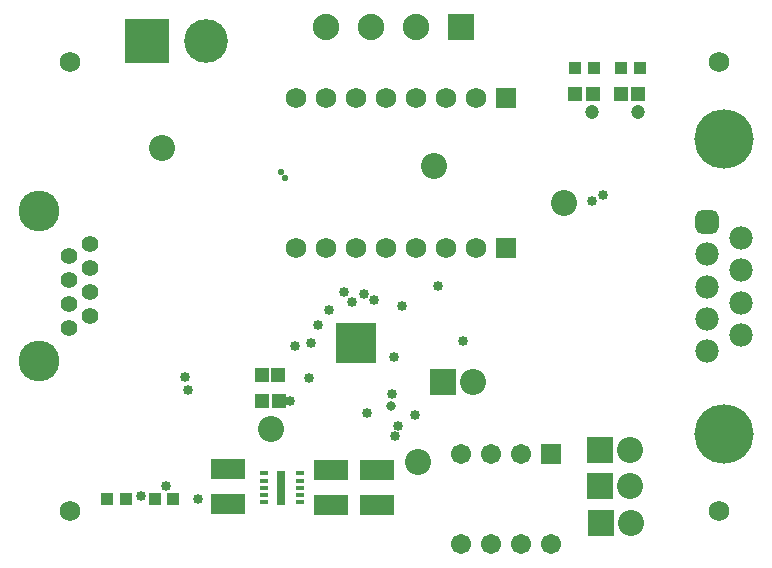
<source format=gts>
G04 Layer_Color=20142*
%FSLAX24Y24*%
%MOIN*%
G70*
G01*
G75*
%ADD77R,0.0276X0.1142*%
%ADD78R,0.0256X0.0118*%
%ADD79R,0.1339X0.1319*%
%ADD80R,0.1182X0.0671*%
%ADD81R,0.0474X0.0513*%
%ADD82R,0.0493X0.0474*%
%ADD83R,0.0395X0.0395*%
%ADD84C,0.0680*%
%ADD85C,0.0552*%
%ADD86C,0.1360*%
%ADD87C,0.0671*%
%ADD88R,0.0671X0.0671*%
%ADD89C,0.0780*%
G04:AMPARAMS|DCode=90|XSize=78mil|YSize=78mil|CornerRadius=21.5mil|HoleSize=0mil|Usage=FLASHONLY|Rotation=90.000|XOffset=0mil|YOffset=0mil|HoleType=Round|Shape=RoundedRectangle|*
%AMROUNDEDRECTD90*
21,1,0.0780,0.0350,0,0,90.0*
21,1,0.0350,0.0780,0,0,90.0*
1,1,0.0430,0.0175,0.0175*
1,1,0.0430,0.0175,-0.0175*
1,1,0.0430,-0.0175,-0.0175*
1,1,0.0430,-0.0175,0.0175*
%
%ADD90ROUNDEDRECTD90*%
%ADD91C,0.1980*%
%ADD92R,0.0680X0.0680*%
%ADD93C,0.0867*%
%ADD94R,0.0867X0.0867*%
%ADD95C,0.1458*%
%ADD96R,0.1458X0.1458*%
%ADD97C,0.0880*%
%ADD98R,0.0880X0.0880*%
%ADD99C,0.0474*%
%ADD100C,0.0336*%
%ADD101C,0.0316*%
%ADD102C,0.0218*%
%ADD103C,0.0332*%
D77*
X12942Y28740D02*
D03*
D78*
X13593Y29213D02*
D03*
Y28976D02*
D03*
Y28740D02*
D03*
Y28504D02*
D03*
Y28268D02*
D03*
X12392D02*
D03*
Y28504D02*
D03*
Y28740D02*
D03*
Y28976D02*
D03*
Y29213D02*
D03*
D79*
X15453Y33573D02*
D03*
D80*
X11201Y29370D02*
D03*
Y28189D02*
D03*
X14606Y28150D02*
D03*
Y29331D02*
D03*
X16142Y28150D02*
D03*
Y29331D02*
D03*
D81*
X24841Y41849D02*
D03*
X24290D02*
D03*
X12867Y32492D02*
D03*
X12315D02*
D03*
X12878Y31629D02*
D03*
X12326D02*
D03*
D82*
X22750Y41849D02*
D03*
X23340D02*
D03*
D83*
X23378Y42722D02*
D03*
X22748D02*
D03*
X24910Y42731D02*
D03*
X24280D02*
D03*
X9370Y28346D02*
D03*
X8740D02*
D03*
X7795D02*
D03*
X7165D02*
D03*
D84*
X5906Y27953D02*
D03*
X27559Y42913D02*
D03*
X5906D02*
D03*
X27559Y27953D02*
D03*
X19472Y41732D02*
D03*
X18472D02*
D03*
X17472D02*
D03*
X16472D02*
D03*
X15472D02*
D03*
X14472D02*
D03*
X13472D02*
D03*
X19472Y36732D02*
D03*
X18472D02*
D03*
X17472D02*
D03*
X16472D02*
D03*
X15472D02*
D03*
X14472D02*
D03*
X13472D02*
D03*
D85*
X5882Y36457D02*
D03*
X6583Y36059D02*
D03*
X5882Y35657D02*
D03*
X6583Y35260D02*
D03*
Y36858D02*
D03*
X5882Y34858D02*
D03*
X6583Y34461D02*
D03*
X5882Y34063D02*
D03*
D86*
X4882Y37961D02*
D03*
Y32961D02*
D03*
D87*
X18972Y26846D02*
D03*
X19972D02*
D03*
X20972D02*
D03*
X21972D02*
D03*
X18972Y29846D02*
D03*
X19972D02*
D03*
X20972D02*
D03*
D88*
X21972D02*
D03*
D89*
X28285Y37058D02*
D03*
Y35978D02*
D03*
Y34898D02*
D03*
Y33818D02*
D03*
X27165Y36518D02*
D03*
Y35438D02*
D03*
Y34358D02*
D03*
Y33278D02*
D03*
D90*
Y37598D02*
D03*
D91*
X27725Y30518D02*
D03*
Y40358D02*
D03*
D92*
X20472Y41732D02*
D03*
Y36732D02*
D03*
D93*
X24622Y27559D02*
D03*
X24583Y29980D02*
D03*
X24602Y28780D02*
D03*
X19346Y32264D02*
D03*
X17534Y29596D02*
D03*
X8980Y40043D02*
D03*
X12618Y30709D02*
D03*
X22387Y38224D02*
D03*
X18051Y39444D02*
D03*
D94*
X23622Y27559D02*
D03*
X23583Y29980D02*
D03*
X23602Y28780D02*
D03*
X18346Y32264D02*
D03*
D95*
X10447Y43613D02*
D03*
D96*
X8479D02*
D03*
D97*
X14447Y44094D02*
D03*
X15947D02*
D03*
X17447D02*
D03*
D98*
X18947D02*
D03*
D99*
X23326Y41276D02*
D03*
X24845Y41255D02*
D03*
D100*
X10198Y28365D02*
D03*
X19027Y33611D02*
D03*
X16996Y34809D02*
D03*
X13415Y33459D02*
D03*
X13898Y32404D02*
D03*
X13246Y31622D02*
D03*
X16870Y30787D02*
D03*
X17408Y31167D02*
D03*
X14190Y34163D02*
D03*
X23338Y38287D02*
D03*
X23688Y38484D02*
D03*
X9117Y28799D02*
D03*
X8287Y28465D02*
D03*
X15728Y35207D02*
D03*
X16743Y30463D02*
D03*
X15837Y31211D02*
D03*
X16644Y31850D02*
D03*
X16723Y33102D02*
D03*
X13939Y33553D02*
D03*
X15315Y34911D02*
D03*
X15896Y34006D02*
D03*
X15463D02*
D03*
X15030D02*
D03*
X15896Y33573D02*
D03*
X15463D02*
D03*
X15030D02*
D03*
X15896Y33140D02*
D03*
X15463D02*
D03*
X15030D02*
D03*
X14567Y34656D02*
D03*
X15069Y35256D02*
D03*
X16053Y34980D02*
D03*
X18186Y35448D02*
D03*
D101*
X16634Y31457D02*
D03*
D102*
X12943Y39272D02*
D03*
X13081Y39055D02*
D03*
D103*
X9754Y32411D02*
D03*
X9843Y31998D02*
D03*
M02*

</source>
